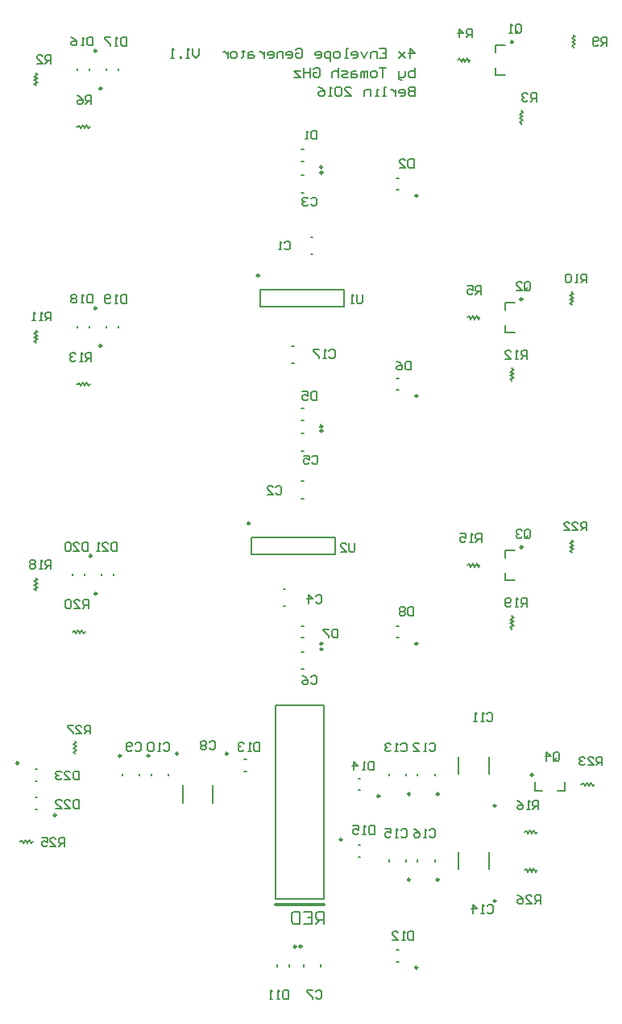
<source format=gbo>
G04 Layer_Color=32896*
%FSLAX44Y44*%
%MOMM*%
G71*
G01*
G75*
%ADD11C,0.3000*%
%ADD12C,0.2000*%
%ADD36C,0.1600*%
%ADD57C,0.2500*%
%ADD58C,0.2032*%
D11*
X1072500Y1193750D02*
X1021750D01*
D12*
X1149000Y1133750D02*
X1151000D01*
Y1146250D02*
X1149000D01*
X1069000Y1131000D02*
Y1129000D01*
X1051000D02*
Y1131000D01*
X1036250D02*
Y1129000D01*
X1023750D02*
Y1131000D01*
X1072700Y1199500D02*
Y1402700D01*
X1021900D01*
Y1199500D01*
X1072700D01*
X1109000Y1243750D02*
X1111000D01*
Y1256250D02*
X1109000D01*
X1141000Y1241000D02*
Y1239000D01*
X1159000D02*
Y1241000D01*
X1171000D02*
Y1239000D01*
X1189000D02*
Y1241000D01*
X1214000Y1231000D02*
Y1249000D01*
X1246000Y1231000D02*
Y1249000D01*
X1283000Y1230000D02*
X1284765Y1231059D01*
X1285000Y1232000D01*
X1287000Y1228000D01*
X1289000Y1232000D01*
X1291000Y1228000D01*
X1293000Y1232000D01*
X1295000Y1228000D01*
X1295800Y1229600D01*
X1297000Y1230000D01*
Y1270000D02*
X1295800Y1269600D01*
X1295000Y1268000D01*
X1293000Y1272000D01*
X1291000Y1268000D01*
X1289000Y1272000D01*
X1287000Y1268000D01*
X1285000Y1272000D01*
X1284765Y1271059D01*
X1283000Y1270000D01*
X1325500Y1313000D02*
Y1323000D01*
X1345000Y1322000D02*
X1347000Y1318000D01*
X1349000Y1322000D01*
X1351000Y1318000D01*
X1353000Y1322000D01*
X1355000Y1318000D01*
X1355800Y1319600D01*
X1357000Y1320000D01*
X1344765Y1321059D02*
X1345000Y1322000D01*
X1344765Y1321059D02*
X1343000Y1320000D01*
X1325500Y1313000D02*
X1318000D01*
X1302000D02*
X1294500D01*
Y1323000D01*
X1246000Y1331000D02*
Y1349000D01*
X1214000D02*
Y1331000D01*
X1189000Y1331000D02*
Y1329000D01*
X1171000D02*
Y1331000D01*
X1159000D02*
Y1329000D01*
X1141000D02*
Y1331000D01*
X1111000Y1326250D02*
X1109000D01*
Y1313750D02*
X1111000D01*
X1051000Y1441000D02*
X1049000D01*
Y1459000D02*
X1051000D01*
Y1473750D02*
X1049000D01*
Y1486250D02*
X1051000D01*
X1032000Y1507000D02*
X1030000D01*
Y1525000D02*
X1032000D01*
X1084000Y1561000D02*
Y1579000D01*
X996000D01*
Y1561000D01*
X1084000D01*
X1149000Y1486250D02*
X1151000D01*
Y1473750D02*
X1149000D01*
X1223000Y1550000D02*
X1224765Y1551059D01*
X1225000Y1552000D01*
X1227000Y1548000D01*
X1229000Y1552000D01*
X1231000Y1548000D01*
X1233000Y1552000D01*
X1235000Y1548000D01*
X1235800Y1549600D01*
X1237000Y1550000D01*
X1263000Y1542000D02*
Y1534500D01*
X1273000D01*
Y1565500D02*
X1263000D01*
Y1558000D01*
X1270000Y1497000D02*
X1270400Y1495800D01*
X1272000Y1495000D01*
X1268000Y1493000D01*
X1272000Y1491000D01*
X1268000Y1489000D01*
X1272000Y1487000D01*
X1268000Y1485000D01*
X1268941Y1484765D01*
X1270000Y1483000D01*
X1333000Y1563000D02*
X1331941Y1564765D01*
X1331000Y1565000D01*
X1335000Y1567000D01*
X1331000Y1569000D01*
X1335000Y1571000D01*
X1331000Y1573000D01*
X1335000Y1575000D01*
X1333400Y1575800D01*
X1333000Y1577000D01*
X1270000Y1743000D02*
X1268941Y1744765D01*
X1268000Y1745000D01*
X1272000Y1747000D01*
X1268000Y1749000D01*
X1272000Y1751000D01*
X1268000Y1753000D01*
X1272000Y1755000D01*
X1270400Y1755800D01*
X1270000Y1757000D01*
X1273000Y1794500D02*
X1263000D01*
Y1802000D01*
Y1818000D02*
Y1825500D01*
X1273000D01*
X1237000Y1810000D02*
X1235800Y1809600D01*
X1235000Y1808000D01*
X1233000Y1812000D01*
X1231000Y1808000D01*
X1229000Y1812000D01*
X1227000Y1808000D01*
X1225000Y1812000D01*
X1224765Y1811059D01*
X1223000Y1810000D01*
X1151000Y1746250D02*
X1149000D01*
Y1733750D02*
X1151000D01*
X1094000Y1821000D02*
Y1839000D01*
X1006000D01*
Y1821000D01*
X1094000D01*
X1041000Y1780000D02*
X1039000D01*
Y1762000D02*
X1041000D01*
X1049000Y1714250D02*
X1051000D01*
Y1701750D02*
X1049000D01*
Y1688000D02*
X1051000D01*
Y1670000D02*
X1049000D01*
Y1638000D02*
X1051000D01*
Y1620000D02*
X1049000D01*
X856250Y1799000D02*
Y1801000D01*
X843750D02*
Y1799000D01*
X826250D02*
Y1801000D01*
X813750D02*
Y1799000D01*
X770000Y1797000D02*
X770400Y1795800D01*
X772000Y1795000D01*
X768000Y1793000D01*
X772000Y1791000D01*
X768000Y1789000D01*
X772000Y1787000D01*
X768000Y1785000D01*
X768941Y1784765D01*
X770000Y1783000D01*
X813000Y1740000D02*
X814200Y1740400D01*
X815000Y1742000D01*
X817000Y1738000D01*
X819000Y1742000D01*
X821000Y1738000D01*
X823000Y1742000D01*
X825000Y1738000D01*
X825235Y1738941D01*
X827000Y1740000D01*
X808750Y1541000D02*
Y1539000D01*
X770000Y1537000D02*
X770400Y1535800D01*
X772000Y1535000D01*
X768000Y1533000D01*
X772000Y1531000D01*
X768000Y1529000D01*
X772000Y1527000D01*
X768000Y1525000D01*
X768941Y1524765D01*
X770000Y1523000D01*
X808000Y1480000D02*
X809200Y1480400D01*
X810000Y1482000D01*
X812000Y1478000D01*
X814000Y1482000D01*
X816000Y1478000D01*
X818000Y1482000D01*
X820000Y1478000D01*
X820235Y1478941D01*
X822000Y1480000D01*
X811000Y1366000D02*
X812059Y1364235D01*
X813000Y1364000D01*
X809000Y1362000D01*
X813000Y1360000D01*
X809000Y1358000D01*
X813000Y1356000D01*
X809000Y1354000D01*
X810600Y1353200D01*
X811000Y1352000D01*
X861000Y1331000D02*
Y1329000D01*
X879000D02*
Y1331000D01*
X891000D02*
Y1329000D01*
X924000Y1319000D02*
Y1301000D01*
X956000D02*
Y1319000D01*
X989000Y1333750D02*
X991000D01*
Y1346250D02*
X989000D01*
X909000Y1331000D02*
Y1329000D01*
X771000Y1323750D02*
X769000D01*
Y1336250D02*
X771000D01*
Y1306250D02*
X769000D01*
Y1293750D02*
X771000D01*
X767000Y1260000D02*
X765235Y1258941D01*
X765000Y1258000D01*
X763000Y1262000D01*
X761000Y1258000D01*
X759000Y1262000D01*
X757000Y1258000D01*
X755000Y1262000D01*
X754200Y1260400D01*
X753000Y1260000D01*
X821250Y1539000D02*
Y1541000D01*
X838750D02*
Y1539000D01*
X851250D02*
Y1541000D01*
X1059000Y1876000D02*
X1061000D01*
Y1894000D02*
X1059000D01*
X1051000Y1941000D02*
X1049000D01*
Y1959000D02*
X1051000D01*
Y1973750D02*
X1049000D01*
Y1986250D02*
X1051000D01*
X1068032Y2042000D02*
X1066366Y2043666D01*
Y2045332D01*
X1068032Y2046998D01*
X1073031D01*
Y2043666D01*
X1071365Y2042000D01*
X1068032D01*
X1078029D02*
X1079695D01*
Y2051997D01*
X1081361Y2050331D01*
X1084694D02*
Y2043666D01*
X1086360Y2042000D01*
X1089692D01*
X1091358Y2043666D01*
Y2050331D01*
X1089692Y2051997D01*
X1086360D01*
X1084694Y2050331D01*
X1094690D02*
X1096356Y2051997D01*
X1099689D01*
X1101355Y2050331D01*
X1094690D02*
Y2048665D01*
X1101355Y2042000D01*
X1094690D01*
X1081361D02*
X1078029D01*
X1114684D02*
Y2046998D01*
X1116350Y2048665D01*
X1121348D01*
Y2042000D01*
X1126347D02*
X1128013D01*
Y2048665D01*
X1129679D01*
X1136344Y2051997D02*
X1138010D01*
X1136344D02*
Y2042000D01*
X1134677D01*
X1138010D01*
X1129679D02*
X1126347D01*
X1148006D02*
Y2045332D01*
X1146340Y2046998D01*
X1144674Y2048665D01*
X1143008D01*
X1148006D02*
Y2042000D01*
X1153005D02*
X1156337D01*
X1158003Y2043666D01*
Y2046998D01*
X1156337Y2048665D01*
X1153005D01*
X1151339Y2046998D01*
Y2045332D01*
X1158003D01*
X1161336D02*
X1163002Y2046998D01*
X1168000D01*
X1163002D01*
X1161336Y2048665D01*
Y2050331D01*
X1163002Y2051997D01*
X1168000D01*
Y2042000D01*
X1163002D01*
X1161336Y2043666D01*
Y2045332D01*
X1213000Y2080000D02*
X1214765Y2081059D01*
X1215000Y2082000D01*
X1217000Y2078000D01*
X1219000Y2082000D01*
X1221000Y2078000D01*
X1223000Y2082000D01*
X1225000Y2078000D01*
X1225800Y2079600D01*
X1227000Y2080000D01*
X1278000Y2023000D02*
X1282000Y2025000D01*
X1280400Y2025800D01*
X1280000Y2027000D01*
X1282000Y2021000D02*
X1278000Y2023000D01*
Y2019000D02*
X1282000Y2021000D01*
Y2017000D02*
X1278000Y2019000D01*
Y2015000D02*
X1282000Y2017000D01*
X1278941Y2014765D02*
X1280000Y2013000D01*
X1278941Y2014765D02*
X1278000Y2015000D01*
X1263000Y2064500D02*
X1253000D01*
Y2072000D01*
Y2088000D02*
Y2095500D01*
X1263000D01*
X1333000Y2095000D02*
X1337000Y2097000D01*
X1333000Y2099000D01*
X1337000Y2101000D01*
X1333000Y2103000D01*
X1337000Y2105000D01*
X1335400Y2105800D01*
X1335000Y2107000D01*
X1333941Y2094765D02*
X1335000Y2093000D01*
X1333941Y2094765D02*
X1333000Y2095000D01*
X1163002Y2092254D02*
X1168000Y2087255D01*
X1161336D01*
X1163002Y2082257D02*
Y2092254D01*
X1158003Y2088921D02*
X1151339Y2082257D01*
X1154671Y2085589D01*
X1151339Y2088921D01*
X1158003Y2082257D01*
Y2068793D02*
Y2063795D01*
X1156337Y2062128D01*
X1151339D01*
Y2060462D01*
X1153005Y2058796D01*
X1154671D01*
X1151339Y2062128D02*
Y2068793D01*
X1161336Y2067127D02*
X1163002Y2068793D01*
X1168000D01*
Y2072125D02*
Y2062128D01*
X1163002D01*
X1161336Y2063795D01*
Y2065461D01*
Y2067127D01*
X1138010Y2092254D02*
Y2082257D01*
X1131345D01*
X1128013D02*
Y2088921D01*
X1123015D01*
X1121348Y2087255D01*
Y2082257D01*
X1114684D02*
X1111352Y2088921D01*
X1118016D02*
X1114684Y2082257D01*
X1116350Y2068793D02*
X1114684Y2067127D01*
Y2062128D01*
Y2067127D01*
X1113018Y2068793D01*
X1111352Y2067127D01*
Y2062128D01*
X1118016D02*
Y2068793D01*
X1116350D01*
X1121348Y2067127D02*
X1123015Y2068793D01*
X1126347D01*
X1128013Y2067127D01*
Y2063795D01*
X1126347Y2062128D01*
X1123015D01*
X1121348Y2063795D01*
Y2067127D01*
X1131345Y2072125D02*
X1134677D01*
Y2062128D01*
X1138010Y2072125D02*
X1131345D01*
X1134677Y2087255D02*
X1138010D01*
Y2092254D02*
X1131345D01*
X1106353Y2088921D02*
X1103021D01*
X1101355Y2087255D01*
Y2085589D01*
X1108019D01*
Y2083923D02*
Y2087255D01*
X1106353Y2088921D01*
X1098023Y2092254D02*
X1096356D01*
Y2082257D01*
X1094690D01*
X1098023D01*
X1103021D02*
X1106353D01*
X1108019Y2083923D01*
X1106353Y2068793D02*
X1103021D01*
X1101355Y2067127D01*
Y2062128D01*
X1106353D01*
X1108019Y2063795D01*
X1106353Y2065461D01*
X1101355D01*
X1096356D02*
X1098023Y2067127D01*
X1096356Y2068793D01*
X1091358D01*
Y2063795D02*
X1093024Y2065461D01*
X1096356D01*
X1098023Y2062128D02*
X1093024D01*
X1091358Y2063795D01*
X1088026Y2062128D02*
Y2067127D01*
X1086360Y2068793D01*
X1083027D01*
X1081361Y2067127D01*
Y2062128D01*
X1088026D02*
Y2072125D01*
Y2082257D02*
X1084694D01*
X1083027Y2083923D01*
Y2087255D01*
X1084694Y2088921D01*
X1088026D01*
X1089692Y2087255D01*
Y2083923D01*
X1088026Y2082257D01*
X1079695D02*
X1074697D01*
X1073031Y2083923D01*
Y2087255D01*
X1074697Y2088921D01*
X1079695D01*
Y2078925D01*
X1068032Y2082257D02*
X1069698Y2083923D01*
Y2087255D01*
X1068032Y2088921D01*
X1064700D01*
X1063034Y2087255D01*
Y2085589D01*
X1069698D01*
X1068032Y2082257D02*
X1064700D01*
X1063034Y2072125D02*
X1066366D01*
X1068032Y2070459D01*
Y2063795D01*
X1066366Y2062128D01*
X1063034D01*
X1061368Y2063795D01*
Y2067127D01*
X1064700D01*
X1061368Y2070459D02*
X1063034Y2072125D01*
X1058035D02*
Y2062128D01*
Y2067127D01*
X1051371D01*
Y2072125D01*
Y2062128D01*
X1048039D02*
X1041374D01*
Y2068793D02*
X1048039Y2062128D01*
Y2068793D02*
X1041374D01*
X1044706Y2082257D02*
X1043040Y2083923D01*
Y2087255D01*
X1046373D01*
X1049705Y2083923D02*
X1048039Y2082257D01*
X1044706D01*
X1038042D02*
X1039708Y2083923D01*
Y2087255D01*
X1038042Y2088921D01*
X1034710D01*
X1033044Y2087255D01*
Y2085589D01*
X1039708D01*
X1038042Y2082257D02*
X1034710D01*
X1029711D02*
Y2088921D01*
X1024713D01*
X1023047Y2087255D01*
Y2082257D01*
X1049705Y2083923D02*
Y2090587D01*
X1048039Y2092254D01*
X1044706D01*
X1043040Y2090587D01*
X1066366Y2051997D02*
X1069698Y2050331D01*
X1073031Y2046998D01*
X1018048Y2088921D02*
X1014716D01*
X1013050Y2087255D01*
Y2085589D01*
X1019714D01*
Y2083923D02*
Y2087255D01*
X1018048Y2088921D01*
X1009718D02*
Y2082257D01*
Y2085589D01*
X1008052Y2087255D01*
X1006385Y2088921D01*
X1004719D01*
X998055D02*
X994723D01*
X993056Y2087255D01*
Y2082257D01*
X998055D01*
X999721Y2083923D01*
X998055Y2085589D01*
X993056D01*
X988058Y2083923D02*
X986392Y2082257D01*
X988058Y2083923D02*
Y2088921D01*
X989724D01*
X986392D01*
X988058D01*
Y2090587D01*
X981394Y2087255D02*
Y2083923D01*
X979727Y2082257D01*
X976395D01*
X974729Y2083923D01*
Y2087255D01*
X976395Y2088921D01*
X979727D01*
X981394Y2087255D01*
X1014716Y2082257D02*
X1018048D01*
X1019714Y2083923D01*
X971397Y2088921D02*
Y2082257D01*
Y2085589D01*
X969731Y2087255D01*
X968064Y2088921D01*
X966398D01*
X941406Y2092254D02*
Y2085589D01*
X938074Y2082257D01*
X934742Y2085589D01*
Y2092254D01*
X929743D02*
X931410Y2090587D01*
X929743Y2092254D02*
Y2082257D01*
X928077D01*
X931410D01*
X923079D02*
Y2083923D01*
X921413D01*
Y2082257D01*
X923079D01*
X914748D02*
X911416D01*
X913082D01*
Y2092254D01*
X914748Y2090587D01*
X856250Y2071000D02*
Y2069000D01*
X843750D02*
Y2071000D01*
X826250D02*
Y2069000D01*
X813750D02*
Y2071000D01*
X815000Y2012000D02*
X817000Y2008000D01*
X819000Y2012000D01*
X821000Y2008000D01*
X823000Y2012000D01*
X825000Y2008000D01*
X825235Y2008941D01*
X827000Y2010000D01*
X814200Y2010400D02*
X815000Y2012000D01*
X814200Y2010400D02*
X813000Y2010000D01*
X770000Y2053000D02*
X768941Y2054765D01*
X768000Y2055000D01*
X772000Y2057000D01*
X768000Y2059000D01*
X772000Y2061000D01*
X768000Y2063000D01*
X772000Y2065000D01*
X770400Y2065800D01*
X770000Y2067000D01*
X1149000Y1956250D02*
X1151000D01*
Y1943750D02*
X1149000D01*
X1331000Y1829000D02*
X1335000Y1827000D01*
X1331000Y1825000D01*
X1331941Y1824765D01*
X1333000Y1823000D01*
X1331000Y1829000D02*
X1335000Y1831000D01*
X1331000Y1833000D01*
X1335000Y1835000D01*
X1333400Y1835800D01*
X1333000Y1837000D01*
D36*
X1065501Y1095000D02*
X1064002Y1096499D01*
X1061003D02*
Y1095000D01*
Y1096499D02*
X1055005Y1102498D01*
Y1103997D01*
X1061003D01*
X1064002Y1102498D02*
X1065501Y1103997D01*
X1068501D01*
X1070000Y1102498D01*
Y1096499D01*
X1068501Y1095000D01*
X1065501D01*
X1035000D02*
X1030501D01*
X1029002Y1096499D01*
Y1102498D01*
X1030501Y1103997D01*
X1035000D01*
Y1095000D01*
X1026003D02*
X1023004D01*
X1024503D01*
Y1103997D01*
X1026003Y1102498D01*
X1018505D02*
X1017006Y1103997D01*
Y1095000D01*
X1015506D01*
X1018505D01*
X1144307Y1156810D02*
X1150305D01*
X1144307Y1162808D01*
Y1164308D01*
X1145807Y1165807D01*
X1148806D01*
X1150305Y1164308D01*
X1156303Y1165807D02*
X1157803Y1164308D01*
X1160802D02*
X1162301Y1165807D01*
X1166800D01*
Y1156810D01*
X1162301D01*
X1160802Y1158309D01*
Y1164308D01*
X1156303Y1165807D02*
Y1156810D01*
X1154804D01*
X1157803D01*
X1229007Y1185000D02*
Y1193997D01*
X1233505Y1189499D01*
X1227507D01*
X1238004Y1185000D02*
X1239503D01*
Y1193997D01*
X1241003Y1192498D01*
X1244002D02*
X1245501Y1193997D01*
X1248501D01*
X1250000Y1192498D01*
Y1186499D01*
X1248501Y1185000D01*
X1245501D01*
X1244002Y1186499D01*
X1241003Y1185000D02*
X1238004D01*
X1280506Y1195000D02*
X1277507D01*
X1276008Y1196499D01*
Y1197999D01*
X1277507Y1199499D01*
X1282006D01*
Y1196499D01*
X1280506Y1195000D01*
X1285005D02*
X1291003D01*
X1285005Y1200998D01*
Y1202498D01*
X1286504Y1203997D01*
X1289503D01*
X1291003Y1202498D01*
X1294002D02*
Y1199499D01*
X1295501Y1197999D01*
X1300000D01*
Y1195000D02*
Y1203997D01*
X1295501D01*
X1294002Y1202498D01*
X1297001Y1197999D02*
X1294002Y1195000D01*
X1282006Y1199499D02*
X1279007Y1202498D01*
X1276008Y1203997D01*
X1280040Y1293810D02*
X1277041D01*
X1275541Y1295309D01*
Y1296809D01*
X1277041Y1298309D01*
X1281539D01*
Y1295309D01*
X1280040Y1293810D01*
X1286038D02*
X1287537D01*
Y1302807D01*
X1289037Y1301308D01*
X1292036D02*
Y1298309D01*
X1293535Y1296809D01*
X1298034D01*
Y1293810D02*
Y1302807D01*
X1293535D01*
X1292036Y1301308D01*
X1295035Y1296809D02*
X1292036Y1293810D01*
X1289037D02*
X1286038D01*
X1281539Y1298309D02*
X1278540Y1301308D01*
X1275541Y1302807D01*
X1306504Y1345000D02*
Y1353997D01*
X1311003Y1349498D01*
X1305005D01*
X1314002Y1346499D02*
Y1352498D01*
X1315502Y1353997D01*
X1318501D01*
X1320000Y1352498D01*
Y1346499D01*
X1318501Y1345000D01*
X1315502D01*
X1314002Y1346499D01*
Y1345000D02*
X1317001Y1347999D01*
X1341008Y1347498D02*
Y1345998D01*
X1342507Y1344499D01*
X1344007D01*
X1342507D01*
X1341008Y1342999D01*
Y1341499D01*
X1342507Y1340000D01*
X1345506D01*
X1347006Y1341499D01*
X1350005Y1340000D02*
X1356003D01*
X1350005Y1345998D01*
Y1347498D01*
X1351504Y1348997D01*
X1354503D01*
X1356003Y1347498D01*
X1359002D02*
Y1344499D01*
X1360501Y1342999D01*
X1365000D01*
Y1340000D02*
Y1348997D01*
X1360501D01*
X1359002Y1347498D01*
X1362001Y1342999D02*
X1359002Y1340000D01*
X1347006Y1347498D02*
X1345506Y1348997D01*
X1342507D01*
X1341008Y1347498D01*
X1249746Y1387672D02*
X1248247Y1386172D01*
X1245247D01*
X1243748Y1387672D01*
X1240749Y1386172D02*
X1237750D01*
X1239249D01*
Y1395169D01*
X1240749Y1393670D01*
X1243748D02*
X1245247Y1395169D01*
X1248247D01*
X1249746Y1393670D01*
Y1387672D01*
X1233251Y1386172D02*
X1230252D01*
X1231752D01*
Y1395169D01*
X1233251Y1393670D01*
X1187794Y1363541D02*
X1189294Y1362042D01*
Y1356044D01*
X1187794Y1354544D01*
X1184796D01*
X1183296Y1356044D01*
X1180297Y1354544D02*
X1177298D01*
X1178797D01*
Y1363541D01*
X1180297Y1362042D01*
X1183296D02*
X1184796Y1363541D01*
X1187794D01*
X1171300D02*
X1172799Y1362042D01*
X1171300Y1363541D02*
X1168301D01*
X1166801Y1362042D01*
Y1360542D01*
X1172799Y1354544D01*
X1166801D01*
X1159322Y1355921D02*
X1157822Y1354422D01*
X1154824D01*
X1153324Y1355921D01*
Y1361920D02*
X1154824Y1363419D01*
X1157822D01*
X1159322Y1361920D01*
Y1355921D01*
X1150325Y1354422D02*
X1147326D01*
X1148825D01*
Y1363419D01*
X1150325Y1361920D01*
X1142827D02*
X1141328Y1363419D01*
X1138329D01*
X1136829Y1361920D01*
Y1360420D01*
X1138329Y1358920D01*
X1139828D01*
X1138329D01*
X1136829Y1357421D01*
Y1355921D01*
X1138329Y1354422D01*
X1141328D01*
X1142827Y1355921D01*
X1125000Y1343997D02*
Y1335000D01*
X1120501D01*
X1119002Y1336499D01*
Y1342498D01*
X1120501Y1343997D01*
X1125000D01*
X1114503D02*
X1116003Y1342498D01*
X1114503Y1343997D02*
Y1335000D01*
X1113004D01*
X1116003D01*
X1108505Y1339498D02*
X1102507D01*
X1104007Y1335000D02*
Y1343997D01*
X1108505Y1339498D01*
X1103091Y1276703D02*
X1109089D01*
Y1272205D01*
X1106090Y1273704D01*
X1104591D01*
X1103091Y1272205D01*
Y1269205D01*
X1104591Y1267706D01*
X1107590D01*
X1109089Y1269205D01*
X1113588Y1267706D02*
X1115087D01*
Y1276703D01*
X1116587Y1275203D01*
X1119586D02*
X1121085Y1276703D01*
X1125584D01*
Y1267706D01*
X1121085D01*
X1119586Y1269205D01*
Y1275203D01*
X1116587Y1267706D02*
X1113588D01*
X1136989Y1268977D02*
Y1265977D01*
X1138489Y1264478D01*
X1141488D01*
X1142987Y1265977D01*
Y1268977D02*
X1139988Y1270476D01*
X1138489D01*
X1136989Y1268977D01*
Y1273475D02*
X1142987D01*
Y1268977D01*
X1147486Y1264478D02*
X1148985D01*
Y1273475D01*
X1150485Y1271976D01*
Y1264478D02*
X1147486D01*
X1154984D02*
X1153484Y1265977D01*
X1154984Y1264478D02*
X1157982D01*
X1159482Y1265977D01*
Y1271976D01*
X1157982Y1273475D01*
X1154984D01*
X1153484Y1271976D01*
X1166961Y1273475D02*
X1169960Y1271976D01*
X1172959Y1268977D01*
Y1265977D01*
X1171460Y1264478D01*
X1168461D01*
X1166961Y1265977D01*
Y1267477D01*
X1168461Y1268977D01*
X1172959D01*
X1177458Y1264478D02*
X1178957D01*
Y1273475D01*
X1180457Y1271976D01*
X1183456D02*
X1184956Y1273475D01*
X1187954D01*
X1189454Y1271976D01*
Y1265977D01*
X1187954Y1264478D01*
X1184956D01*
X1183456Y1265977D01*
X1180457Y1264478D02*
X1177458D01*
X1065000Y1426499D02*
X1063501Y1425000D01*
X1060501D01*
X1059002Y1426499D01*
X1056003D02*
X1054503Y1425000D01*
X1051504D01*
X1050005Y1426499D01*
Y1427999D01*
X1051504Y1429498D01*
X1056003D01*
Y1426499D01*
Y1429498D02*
X1053004Y1432498D01*
X1050005Y1433997D01*
X1059002Y1432498D02*
X1060501Y1433997D01*
X1063501D01*
X1065000Y1432498D01*
Y1426499D01*
X1078003Y1474000D02*
Y1475500D01*
X1072005Y1481498D01*
Y1482997D01*
X1078003D01*
X1081002Y1481498D02*
X1082502Y1482997D01*
X1087000D01*
Y1474000D01*
X1082502D01*
X1081002Y1475500D01*
Y1481498D01*
X1070000Y1511499D02*
X1068501Y1510000D01*
X1065501D01*
X1064002Y1511499D01*
Y1517498D02*
X1065501Y1518997D01*
X1068501D01*
X1070000Y1517498D01*
Y1511499D01*
X1090005Y1564000D02*
X1096003D01*
X1090005Y1569998D01*
Y1571498D01*
X1091504Y1572997D01*
X1094503D01*
X1096003Y1571498D01*
X1099002Y1572997D02*
Y1565500D01*
X1100501Y1564000D01*
X1103501D01*
X1105000Y1565500D01*
Y1572997D01*
X1056504Y1518997D02*
X1061003Y1514498D01*
X1055005D01*
X1056504Y1510000D02*
Y1518997D01*
X956579Y1365423D02*
X958078Y1363924D01*
Y1357926D01*
X956579Y1356426D01*
X953579D01*
X952080Y1357926D01*
X949081D02*
Y1359425D01*
X947581Y1360925D01*
X949081Y1362424D01*
Y1363924D01*
X947581Y1365423D01*
X944582D01*
X943083Y1363924D01*
Y1362424D01*
X944582Y1360925D01*
X943083Y1359425D01*
Y1357926D01*
X944582Y1356426D01*
X947581D01*
X949081Y1357926D01*
X947581Y1360925D02*
X944582D01*
X982507Y1360998D02*
X984007Y1359499D01*
X985506D01*
X984007D01*
X982507Y1357999D01*
Y1356499D01*
X984007Y1355000D01*
X987006D01*
X988505Y1356499D01*
X993004Y1355000D02*
X994503D01*
Y1363997D01*
X996003Y1362498D01*
X999002D02*
X1000501Y1363997D01*
X1005000D01*
Y1355000D01*
X1000501D01*
X999002Y1356499D01*
Y1362498D01*
X996003Y1355000D02*
X993004D01*
X988505Y1362498D02*
X987006Y1363997D01*
X984007D01*
X982507Y1362498D01*
Y1360998D01*
X956579Y1365423D02*
X953579D01*
X952080Y1363924D01*
X908501Y1363997D02*
X910000Y1362498D01*
Y1356499D01*
X908501Y1355000D01*
X905501D01*
X904002Y1356499D01*
X901003Y1355000D02*
X898004D01*
X899503D01*
Y1363997D01*
X901003Y1362498D01*
X904002D02*
X905501Y1363997D01*
X908501D01*
X892006D02*
X889007D01*
X887507Y1362498D01*
Y1356499D01*
X889007Y1355000D01*
X892006D01*
X893505Y1356499D01*
Y1362498D01*
X892006Y1363997D01*
X878501D02*
X880000Y1362498D01*
Y1356499D01*
X878501Y1355000D01*
X875501D01*
X874002Y1356499D01*
X871003D02*
X869503Y1355000D01*
X866504D01*
X865005Y1356499D01*
Y1362498D01*
X866504Y1363997D01*
X869503D01*
X871003Y1362498D01*
Y1360998D01*
X869503Y1359499D01*
X865005D01*
X874002Y1362498D02*
X875501Y1363997D01*
X878501D01*
X827000Y1373000D02*
Y1381997D01*
X822502D01*
X821002Y1380498D01*
Y1377498D01*
X822502Y1375999D01*
X827000D01*
X824001D02*
X821002Y1373000D01*
X818003D02*
X812005Y1378998D01*
Y1380498D01*
X813504Y1381997D01*
X816503D01*
X818003Y1380498D01*
Y1373000D02*
X812005D01*
X810501Y1333997D02*
X815000D01*
Y1325000D01*
X810501D01*
X809002Y1326499D01*
Y1332498D01*
X810501Y1333997D01*
Y1303997D02*
X815000D01*
Y1295000D01*
X810501D01*
X809002Y1296499D01*
Y1302498D01*
X810501Y1303997D01*
X806003Y1325000D02*
X800005Y1330998D01*
Y1332498D01*
X801504Y1333997D01*
X804503D01*
X806003Y1332498D01*
Y1325000D02*
X800005D01*
X795506D02*
X797006Y1326499D01*
X795506Y1325000D02*
X792507D01*
X791008Y1326499D01*
Y1327999D01*
X792507Y1329498D01*
X794007D01*
X792507D01*
X791008Y1330998D01*
Y1332498D01*
X792507Y1333997D01*
X795506D01*
X797006Y1332498D01*
X795506Y1303997D02*
X797006Y1302498D01*
X800005D02*
X801504Y1303997D01*
X804503D01*
X806003Y1302498D01*
X800005D02*
Y1300998D01*
X806003Y1295000D01*
X800005D01*
X797006D02*
X791008Y1300998D01*
Y1302498D01*
X792507Y1303997D01*
X795506D01*
X797006Y1295000D02*
X791008D01*
X789503Y1263997D02*
X791003Y1262498D01*
X794002D02*
Y1259499D01*
X795501Y1257999D01*
X800000D01*
Y1255000D02*
Y1263997D01*
X795501D01*
X794002Y1262498D01*
X789503Y1263997D02*
X786504D01*
X785005Y1262498D01*
Y1260998D01*
X791003Y1255000D01*
X785005D01*
X780506D02*
X782006Y1256499D01*
Y1259499D02*
X779007Y1260998D01*
X777507D01*
X776008Y1259499D01*
Y1256499D01*
X777507Y1255000D01*
X780506D01*
X782006Y1259499D02*
Y1263997D01*
X776008D01*
X797001Y1257999D02*
X794002Y1255000D01*
X809006Y1373000D02*
Y1374500D01*
X803008Y1380498D01*
Y1381997D01*
X809006D01*
X810005Y1505000D02*
X816003D01*
X810005Y1510998D01*
Y1512498D01*
X811504Y1513997D01*
X814503D01*
X816003Y1512498D01*
X819002D02*
Y1509499D01*
X820501Y1507999D01*
X825000D01*
Y1505000D02*
Y1513997D01*
X820501D01*
X819002Y1512498D01*
X822001Y1507999D02*
X819002Y1505000D01*
X855000Y1565000D02*
X850501D01*
X849002Y1566499D01*
Y1572498D01*
X850501Y1573997D01*
X855000D01*
Y1565000D01*
X846003D02*
X840005Y1570998D01*
Y1572498D01*
X841504Y1573997D01*
X844503D01*
X846003Y1572498D01*
Y1565000D02*
X840005D01*
X837006D02*
X834007D01*
X835506D01*
Y1573997D01*
X837006Y1572498D01*
X824498Y1574117D02*
Y1565120D01*
X819999D01*
X818500Y1566620D01*
Y1572618D01*
X819999Y1574117D01*
X824498D01*
X814001D02*
X815501Y1572618D01*
X814001Y1574117D02*
X811002D01*
X809503Y1572618D01*
Y1571118D01*
X815501Y1565120D01*
X809503D01*
X805004D02*
X806504Y1566620D01*
Y1572618D01*
X805004Y1574117D01*
X802005D01*
X800506Y1572618D01*
Y1566620D01*
X802005Y1565120D01*
X805004D01*
X785622Y1555509D02*
X781124D01*
X779624Y1554010D01*
Y1551010D01*
X781124Y1549511D01*
X785622D01*
Y1546512D02*
Y1555509D01*
X782623Y1549511D02*
X779624Y1546512D01*
X776625D02*
X773626D01*
X775125D01*
Y1555509D01*
X776625Y1554010D01*
X769127D02*
X767628Y1555509D01*
X764629D01*
X763129Y1554010D01*
Y1552510D01*
X764629Y1551010D01*
X763129Y1549511D01*
Y1548011D01*
X764629Y1546512D01*
X767628D01*
X769127Y1548011D01*
Y1549511D01*
X767628Y1551010D01*
X769127Y1552510D01*
Y1554010D01*
X767628Y1551010D02*
X764629D01*
X802507Y1513997D02*
X801008Y1512498D01*
Y1506499D01*
X802507Y1505000D01*
X805506D01*
X807006Y1506499D01*
Y1512498D01*
X805506Y1513997D01*
X802507D01*
X1013005Y1624000D02*
X1019003D01*
X1013005Y1629998D01*
Y1631498D01*
X1014504Y1632997D01*
X1017503D01*
X1019003Y1631498D01*
X1022002D02*
X1023502Y1632997D01*
X1026500D01*
X1028000Y1631498D01*
Y1625500D01*
X1026500Y1624000D01*
X1023502D01*
X1022002Y1625500D01*
X1051005Y1657500D02*
X1052504Y1656000D01*
X1055503D01*
X1057003Y1657500D01*
Y1660499D02*
X1054004Y1661998D01*
X1052504D01*
X1051005Y1660499D01*
Y1657500D01*
X1060002D02*
X1061501Y1656000D01*
X1064501D01*
X1066000Y1657500D01*
Y1663498D01*
X1064501Y1664997D01*
X1061501D01*
X1060002Y1663498D01*
X1057003Y1664997D02*
Y1660499D01*
Y1664997D02*
X1051005D01*
X1051504Y1723000D02*
X1054503D01*
X1056003Y1724500D01*
X1059002D02*
Y1730498D01*
X1060501Y1731997D01*
X1065000D01*
Y1723000D01*
X1060501D01*
X1059002Y1724500D01*
X1056003Y1727499D02*
X1053004Y1728998D01*
X1051504D01*
X1050005Y1727499D01*
Y1724500D01*
X1051504Y1723000D01*
X1056003Y1727499D02*
Y1731997D01*
X1050005D01*
X1067505Y1767000D02*
Y1768499D01*
X1061507Y1774498D01*
Y1775997D01*
X1067505D01*
X1073503D02*
X1075003Y1774498D01*
X1078002D02*
X1079501Y1775997D01*
X1082501D01*
X1084000Y1774498D01*
Y1768499D01*
X1082501Y1767000D01*
X1079501D01*
X1078002Y1768499D01*
X1075003Y1767000D02*
X1072004D01*
X1073503D01*
Y1775997D01*
X1149005Y1763997D02*
X1152004Y1762498D01*
X1155003Y1759498D01*
Y1756499D01*
X1153503Y1755000D01*
X1150504D01*
X1149005Y1756499D01*
Y1757999D01*
X1150504Y1759498D01*
X1155003D01*
X1158002Y1756499D02*
Y1762498D01*
X1159501Y1763997D01*
X1164000D01*
Y1755000D01*
X1159501D01*
X1158002Y1756499D01*
X1113000Y1826499D02*
X1111500Y1825000D01*
X1108502D01*
X1107002Y1826499D01*
Y1833997D01*
X1102503D02*
X1104003Y1832498D01*
Y1825000D02*
X1101004D01*
X1102503D01*
Y1833997D01*
X1113000Y1826499D02*
Y1833997D01*
X1223041Y1835529D02*
X1224540Y1834030D01*
X1227539D01*
X1229039Y1835529D01*
Y1838529D02*
X1226040Y1840028D01*
X1224540D01*
X1223041Y1838529D01*
Y1835529D01*
Y1843027D02*
X1229039D01*
Y1838529D01*
X1232038D02*
X1233538Y1837029D01*
X1238036D01*
Y1834030D02*
Y1843027D01*
X1233538D01*
X1232038Y1841528D01*
Y1838529D01*
X1235037Y1837029D02*
X1232038Y1834030D01*
X1274657Y1838264D02*
X1280655D01*
X1274657Y1844262D01*
Y1845762D01*
X1276156Y1847261D01*
X1279155D01*
X1280655Y1845762D01*
X1283654D02*
X1285154Y1847261D01*
X1288152D01*
X1289652Y1845762D01*
Y1839763D01*
X1288152Y1838264D01*
X1285154D01*
X1283654Y1839763D01*
Y1845762D01*
X1286653Y1841263D02*
X1283654Y1838264D01*
X1326105Y1847986D02*
X1327605Y1846486D01*
X1330604D01*
X1332103Y1847986D01*
Y1853984D01*
X1330604Y1855483D01*
X1327605D01*
X1326105Y1853984D01*
Y1847986D01*
X1336602Y1846486D02*
X1338101D01*
Y1855483D01*
X1339601Y1853984D01*
X1342600D02*
Y1850984D01*
X1344099Y1849485D01*
X1348598D01*
Y1846486D02*
Y1855483D01*
X1344099D01*
X1342600Y1853984D01*
X1345599Y1849485D02*
X1342600Y1846486D01*
X1339601D02*
X1336602D01*
X1285748Y1775407D02*
X1281250D01*
X1279750Y1773908D01*
Y1770909D01*
X1281250Y1769409D01*
X1285748D01*
Y1766410D02*
Y1775407D01*
X1282749Y1769409D02*
X1279750Y1766410D01*
X1276751D02*
X1273752D01*
X1275251D01*
Y1775407D01*
X1276751Y1773908D01*
X1269253D02*
X1267754Y1775407D01*
X1264755D01*
X1263255Y1773908D01*
Y1772408D01*
X1269253Y1766410D01*
X1263255D01*
X1233564Y1583035D02*
X1232064Y1581536D01*
Y1578537D01*
X1233564Y1577037D01*
X1238062D01*
Y1583035D02*
X1233564D01*
X1227565D02*
X1229065Y1581536D01*
X1227565Y1583035D02*
Y1574038D01*
X1226066D01*
X1229065D01*
X1232064D02*
X1235063Y1577037D01*
X1221567Y1578537D02*
X1218568Y1580036D01*
X1217069D01*
X1215569Y1578537D01*
Y1575538D01*
X1217069Y1574038D01*
X1220068D01*
X1221567Y1575538D01*
X1263189Y1513812D02*
X1264689Y1515311D01*
X1267688D01*
X1269187Y1513812D01*
Y1512312D01*
X1267688Y1510813D01*
X1263189D01*
Y1507814D02*
Y1513812D01*
Y1507814D02*
X1264689Y1506314D01*
X1267688D01*
X1269187Y1507814D01*
X1273686Y1506314D02*
X1275185D01*
Y1515311D01*
X1276685Y1513812D01*
Y1506314D02*
X1273686D01*
X1279684D02*
X1282683Y1509313D01*
X1281183D02*
X1285682D01*
Y1506314D02*
Y1515311D01*
X1281183D01*
X1279684Y1513812D01*
Y1510813D01*
X1281183Y1509313D01*
X1238062Y1574038D02*
Y1583035D01*
X1274563Y1584221D02*
X1276063Y1582722D01*
X1277562D01*
X1276063D01*
X1274563Y1581222D01*
Y1579723D01*
X1276063Y1578223D01*
X1279062D01*
X1280561Y1579723D01*
X1283560D02*
Y1585721D01*
X1285060Y1587220D01*
X1288059D01*
X1289558Y1585721D01*
Y1579723D01*
X1288059Y1578223D01*
X1285060D01*
X1283560Y1579723D01*
Y1578223D02*
X1286559Y1581222D01*
X1280561Y1585721D02*
X1279062Y1587220D01*
X1276063D01*
X1274563Y1585721D01*
Y1584221D01*
X1221567Y1583035D02*
Y1578537D01*
Y1583035D02*
X1215569D01*
X1166866Y1506045D02*
Y1497048D01*
X1162367D01*
X1160868Y1498548D01*
Y1504546D01*
X1162367Y1506045D01*
X1166866D01*
X1157869Y1504546D02*
X1156369Y1506045D01*
X1153370D01*
X1151871Y1504546D01*
Y1503046D01*
X1153370Y1501547D01*
X1151871Y1500047D01*
Y1498548D01*
X1153370Y1497048D01*
X1156369D01*
X1157869Y1498548D01*
Y1500047D01*
X1156369Y1501547D01*
X1157869Y1503046D01*
Y1504546D01*
X1156369Y1501547D02*
X1153370D01*
X1324644Y1586390D02*
X1330642D01*
X1324644Y1592388D01*
Y1593888D01*
X1326143Y1595387D01*
X1329142D01*
X1330642Y1593888D01*
X1333641D02*
X1335140Y1595387D01*
X1338139D01*
X1339639Y1593888D01*
X1342638D02*
Y1590889D01*
X1344138Y1589389D01*
X1348636D01*
Y1586390D02*
Y1595387D01*
X1344138D01*
X1342638Y1593888D01*
X1345637Y1589389D02*
X1342638Y1586390D01*
X1339639D02*
X1333641Y1592388D01*
Y1593888D01*
Y1586390D02*
X1339639D01*
X1037000Y1882500D02*
X1035500Y1881000D01*
X1032502D01*
X1031002Y1882500D01*
X1028003Y1881000D02*
X1025004D01*
X1026503D01*
Y1889997D01*
X1028003Y1888498D01*
X1031002D02*
X1032502Y1889997D01*
X1035500D01*
X1037000Y1888498D01*
Y1882500D01*
X1050005Y1928499D02*
X1051504Y1927000D01*
X1054503D01*
X1056003Y1928499D01*
X1059002D02*
X1060501Y1927000D01*
X1063501D01*
X1065000Y1928499D01*
Y1934498D01*
X1063501Y1935997D01*
X1060501D01*
X1059002Y1934498D01*
X1056003D02*
X1054503Y1935997D01*
X1051504D01*
X1050005Y1934498D01*
Y1932998D01*
X1051504Y1931499D01*
X1053004D01*
X1051504D01*
X1050005Y1929999D01*
Y1928499D01*
X1053004Y1997000D02*
X1054503D01*
Y2005997D01*
X1056003Y2004498D01*
X1059002D02*
X1060501Y2005997D01*
X1065000D01*
Y1997000D01*
X1060501D01*
X1059002Y1998499D01*
Y2004498D01*
X1056003Y1997000D02*
X1053004D01*
X1151937Y1974398D02*
X1153436Y1975897D01*
X1156435D01*
X1157935Y1974398D01*
X1160934D02*
X1162433Y1975897D01*
X1166932D01*
Y1966900D01*
X1162433D01*
X1160934Y1968400D01*
Y1974398D01*
X1151937D02*
Y1972898D01*
X1157935Y1966900D01*
X1151937D01*
X1280753Y2037912D02*
X1282252Y2036412D01*
X1285251D01*
X1286751Y2037912D01*
X1289750Y2036412D02*
X1292749Y2039411D01*
X1291250D02*
X1295748D01*
Y2036412D02*
Y2045409D01*
X1291250D01*
X1289750Y2043910D01*
Y2040910D01*
X1291250Y2039411D01*
X1286751Y2043910D02*
X1285251Y2045409D01*
X1282252D01*
X1280753Y2043910D01*
Y2042410D01*
X1282252Y2040910D01*
X1283752D01*
X1282252D01*
X1280753Y2039411D01*
Y2037912D01*
X1364002Y2095000D02*
X1367001Y2097999D01*
X1365501D02*
X1370000D01*
Y2095000D02*
Y2103997D01*
X1365501D01*
X1364002Y2102498D01*
Y2099498D01*
X1365501Y2097999D01*
X1361003Y2096499D02*
X1359503Y2095000D01*
X1356504D01*
X1355005Y2096499D01*
Y2102498D01*
X1356504Y2103997D01*
X1359503D01*
X1361003Y2102498D01*
Y2100998D01*
X1359503Y2099498D01*
X1355005D01*
X1279652Y2109700D02*
X1278152Y2108200D01*
X1275154D01*
X1273654Y2109700D01*
Y2115698D01*
X1275154Y2117197D01*
X1278152D01*
X1279652Y2115698D01*
Y2109700D01*
X1276653Y2111199D02*
X1273654Y2108200D01*
X1270655D02*
X1267656D01*
X1269155D01*
Y2117197D01*
X1270655Y2115698D01*
X1228262Y2112907D02*
X1223764D01*
X1222264Y2111408D01*
Y2108409D01*
X1223764Y2106909D01*
X1228262D01*
Y2103910D02*
Y2112907D01*
X1225263Y2106909D02*
X1222264Y2103910D01*
X1214766D02*
Y2112907D01*
X1219265Y2108409D01*
X1213267D01*
X865000Y2103997D02*
Y2095000D01*
X860501D01*
X859002Y2096499D01*
Y2102498D01*
X860501Y2103997D01*
X865000D01*
X854503D02*
X856003Y2102498D01*
X854503Y2103997D02*
Y2095000D01*
X853004D01*
X856003D01*
X848505D02*
Y2096499D01*
X842507Y2102498D01*
Y2103997D01*
X848505D01*
X829470Y2104243D02*
Y2095246D01*
X824971D01*
X823472Y2096745D01*
Y2102744D01*
X824971Y2104243D01*
X829470D01*
X818973D02*
X820473Y2102744D01*
X818973Y2104243D02*
Y2095246D01*
X817474D01*
X820473D01*
X812975Y2096745D02*
X811476Y2095246D01*
X808477D01*
X806977Y2096745D01*
Y2098245D01*
X808477Y2099745D01*
X812975D01*
Y2096745D01*
Y2099745D02*
X809976Y2102744D01*
X806977Y2104243D01*
X785716Y2085447D02*
X781217D01*
X779718Y2083948D01*
Y2080948D01*
X781217Y2079449D01*
X785716D01*
Y2076450D02*
Y2085447D01*
X782717Y2079449D02*
X779718Y2076450D01*
X776719D02*
X770721Y2082448D01*
Y2083948D01*
X772220Y2085447D01*
X775219D01*
X776719Y2083948D01*
Y2076450D02*
X770721D01*
X813111Y2042841D02*
X816110Y2041342D01*
X819109Y2038342D01*
Y2035343D01*
X817609Y2033844D01*
X814610D01*
X813111Y2035343D01*
Y2036843D01*
X814610Y2038342D01*
X819109D01*
X822108D02*
X823607Y2036843D01*
X828106D01*
Y2033844D02*
Y2042841D01*
X823607D01*
X822108Y2041342D01*
Y2038342D01*
X825107Y2036843D02*
X822108Y2033844D01*
X808345Y1834119D02*
X806845Y1832620D01*
Y1831120D01*
X808345Y1829621D01*
X806845Y1828121D01*
Y1826622D01*
X808345Y1825122D01*
X811344D01*
X812843Y1826622D01*
Y1828121D01*
X811344Y1829621D01*
X812843Y1831120D01*
Y1832620D01*
X811344Y1834119D01*
X808345D01*
Y1829621D02*
X811344D01*
X817342Y1825122D02*
X818841D01*
Y1834119D01*
X820341Y1832620D01*
X823340D02*
X824839Y1834119D01*
X829338D01*
Y1825122D01*
X824839D01*
X823340Y1826622D01*
Y1832620D01*
X820341Y1825122D02*
X817342D01*
X842507Y1826499D02*
Y1832498D01*
X844007Y1833997D01*
X847006D01*
X848505Y1832498D01*
Y1830998D01*
X847006Y1829499D01*
X842507D01*
Y1826499D02*
X844007Y1825000D01*
X847006D01*
X848505Y1826499D01*
X828199Y1772903D02*
X823701D01*
X822201Y1771404D01*
Y1768405D01*
X823701Y1766905D01*
X828199D01*
Y1763906D02*
Y1772903D01*
X825200Y1766905D02*
X822201Y1763906D01*
X819202D02*
X816203D01*
X817703D01*
Y1772903D01*
X819202Y1771404D01*
X811705D02*
X810205Y1772903D01*
X807206D01*
X805707Y1771404D01*
Y1769904D01*
X807206Y1768405D01*
X808706D01*
X807206D01*
X805707Y1766905D01*
Y1765406D01*
X807206Y1763906D01*
X810205D01*
X811705Y1765406D01*
X853004Y1825000D02*
X854503D01*
Y1833997D01*
X856003Y1832498D01*
X859002D02*
X860501Y1833997D01*
X865000D01*
Y1825000D01*
X860501D01*
X859002Y1826499D01*
Y1832498D01*
X856003Y1825000D02*
X853004D01*
X785716Y1815511D02*
X781217D01*
X779718Y1814012D01*
Y1811013D01*
X781217Y1809513D01*
X785716D01*
Y1806514D02*
Y1815511D01*
X782717Y1809513D02*
X779718Y1806514D01*
X776719D02*
X773720D01*
X775219D01*
Y1815511D01*
X776719Y1814012D01*
X769221D02*
X767722Y1815511D01*
Y1806514D01*
X766222D01*
X769221D01*
D57*
X1043500Y1149750D02*
G03*
X1043500Y1149750I-1250J0D01*
G01*
X1049250Y1150000D02*
G03*
X1049250Y1150000I-1250J0D01*
G01*
X1171000Y1127750D02*
G03*
X1171000Y1127750I-1250J0D01*
G01*
X1253250Y1197750D02*
G03*
X1253250Y1197750I-1250J0D01*
G01*
Y1297750D02*
G03*
X1253250Y1297750I-1250J0D01*
G01*
X1292250Y1330000D02*
G03*
X1292250Y1330000I-1250J0D01*
G01*
X1171000Y1467750D02*
G03*
X1171000Y1467750I-1250J0D01*
G01*
X1071000Y1467750D02*
G03*
X1071000Y1467750I-1250J0D01*
G01*
X1071250Y1462000D02*
G03*
X1071250Y1462000I-1250J0D01*
G01*
X994650Y1594000D02*
G03*
X994650Y1594000I-1250J0D01*
G01*
X1071250Y1691000D02*
G03*
X1071250Y1691000I-1250J0D01*
G01*
X1071000Y1695750D02*
G03*
X1071000Y1695750I-1250J0D01*
G01*
X1171000Y1727750D02*
G03*
X1171000Y1727750I-1250J0D01*
G01*
X1281250Y1829000D02*
G03*
X1281250Y1829000I-1250J0D01*
G01*
X1171000Y1937750D02*
G03*
X1171000Y1937750I-1250J0D01*
G01*
X1071250Y1962000D02*
G03*
X1071250Y1962000I-1250J0D01*
G01*
X1071000Y1967750D02*
G03*
X1071000Y1967750I-1250J0D01*
G01*
X1004650Y1854000D02*
G03*
X1004650Y1854000I-1250J0D01*
G01*
X833500Y1819750D02*
G03*
X833500Y1819750I-1250J0D01*
G01*
X839000Y1780250D02*
G03*
X839000Y1780250I-1250J0D01*
G01*
X828500Y1559750D02*
G03*
X828500Y1559750I-1250J0D01*
G01*
X834000Y1520250D02*
G03*
X834000Y1520250I-1250J0D01*
G01*
X751500Y1342250D02*
G03*
X751500Y1342250I-1250J0D01*
G01*
X791000Y1287750D02*
G03*
X791000Y1287750I-1250J0D01*
G01*
X859250Y1350000D02*
G03*
X859250Y1350000I-1250J0D01*
G01*
X889250D02*
G03*
X889250Y1350000I-1250J0D01*
G01*
X919250Y1352250D02*
G03*
X919250Y1352250I-1250J0D01*
G01*
X971500D02*
G03*
X971500Y1352250I-1250J0D01*
G01*
X1091500Y1262250D02*
G03*
X1091500Y1262250I-1250J0D01*
G01*
X1131000Y1307750D02*
G03*
X1131000Y1307750I-1250J0D01*
G01*
X1163250Y1310000D02*
G03*
X1163250Y1310000I-1250J0D01*
G01*
X1193250D02*
G03*
X1193250Y1310000I-1250J0D01*
G01*
Y1220000D02*
G03*
X1193250Y1220000I-1250J0D01*
G01*
X1163250D02*
G03*
X1163250Y1220000I-1250J0D01*
G01*
X1281250Y1569000D02*
G03*
X1281250Y1569000I-1250J0D01*
G01*
X839000Y2050250D02*
G03*
X839000Y2050250I-1250J0D01*
G01*
X833500Y2089750D02*
G03*
X833500Y2089750I-1250J0D01*
G01*
X1271250Y2099000D02*
G03*
X1271250Y2099000I-1250J0D01*
G01*
D58*
X1065902Y1177982D02*
X1072250D01*
Y1173750D02*
Y1186446D01*
X1065902D01*
X1063786Y1184330D01*
Y1180098D01*
X1065902Y1177982D01*
X1068018D02*
X1063786Y1173750D01*
X1059554D02*
X1051090D01*
X1046858D02*
X1040510D01*
X1038394Y1175866D01*
Y1184330D01*
X1040510Y1186446D01*
X1046858D01*
Y1173750D01*
X1059554D02*
Y1186446D01*
X1051090D01*
X1055322Y1180098D02*
X1059554D01*
M02*

</source>
